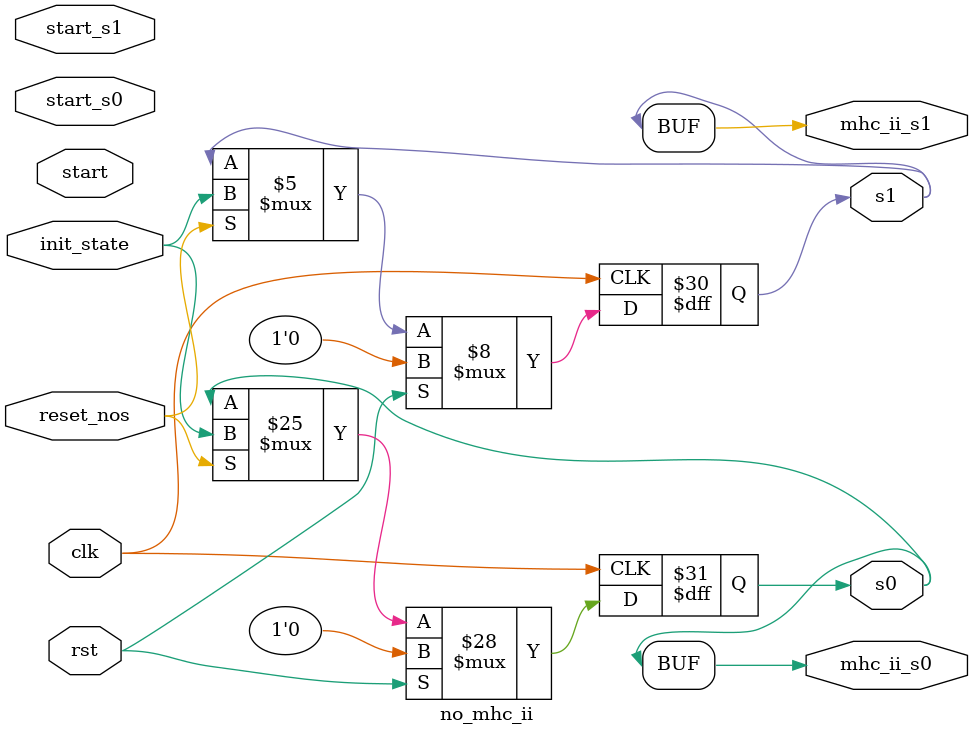
<source format=v>

module no_mhc_ii
(
  input clk,
  input start,
  input rst,
  input reset_nos,
  input start_s0,
  input start_s1,
  input init_state,
  output reg [1-1:0] s0,
  output reg [1-1:0] s1,
  output [1-1:0] mhc_ii_s0,
  output [1-1:0] mhc_ii_s1
);

  reg pass;

  always @(posedge clk) begin
    if(rst) begin
      s0 <= 1'd0;
      pass <= 1'b0;
    end else begin
      if(reset_nos) begin
        s0 <= init_state;
        pass <= 1;
      end else begin
        if(start_s0) begin
          if(pass) begin
            s0 <=  s0 ;
            pass <= 0;
          end else begin
            pass <= 1;
          end
        end 
      end
    end
  end


  always @(posedge clk) begin
    if(rst) begin
      s1 <= 1'd0;
    end else begin
      if(reset_nos) begin
        s1 <= init_state;
      end else begin
        if(start_s1) begin
          s1 <=  s1 ;
        end 
      end
    end
  end

  assign mhc_ii_s0 = s0;
  assign mhc_ii_s1 = s1;

endmodule

</source>
